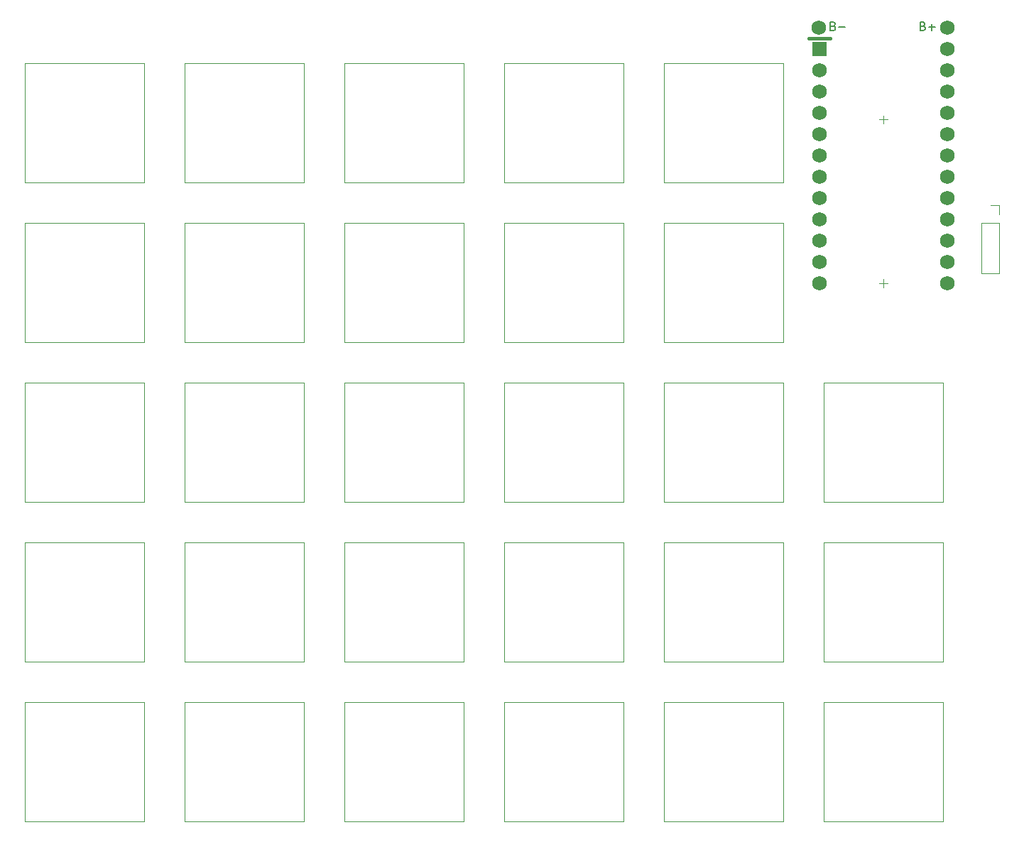
<source format=gto>
%TF.GenerationSoftware,KiCad,Pcbnew,(6.0.4-0)*%
%TF.CreationDate,2022-10-03T20:51:09+03:00*%
%TF.ProjectId,Splitimsi,53706c69-7469-46d7-9369-2e6b69636164,rev?*%
%TF.SameCoordinates,Original*%
%TF.FileFunction,Legend,Top*%
%TF.FilePolarity,Positive*%
%FSLAX46Y46*%
G04 Gerber Fmt 4.6, Leading zero omitted, Abs format (unit mm)*
G04 Created by KiCad (PCBNEW (6.0.4-0)) date 2022-10-03 20:51:09*
%MOMM*%
%LPD*%
G01*
G04 APERTURE LIST*
%ADD10C,0.150000*%
%ADD11C,0.120000*%
%ADD12C,0.381000*%
%ADD13C,1.752600*%
%ADD14R,1.752600X1.752600*%
G04 APERTURE END LIST*
D10*
X120394911Y-17021339D02*
X120537769Y-17068958D01*
X120585388Y-17116577D01*
X120633007Y-17211815D01*
X120633007Y-17354672D01*
X120585388Y-17449910D01*
X120537769Y-17497529D01*
X120442531Y-17545148D01*
X120061578Y-17545148D01*
X120061578Y-16545148D01*
X120394911Y-16545148D01*
X120490150Y-16592768D01*
X120537769Y-16640387D01*
X120585388Y-16735625D01*
X120585388Y-16830863D01*
X120537769Y-16926101D01*
X120490150Y-16973720D01*
X120394911Y-17021339D01*
X120061578Y-17021339D01*
X121061578Y-17164196D02*
X121823483Y-17164196D01*
X131097438Y-17011680D02*
X131240296Y-17059299D01*
X131287915Y-17106918D01*
X131335534Y-17202156D01*
X131335534Y-17345013D01*
X131287915Y-17440251D01*
X131240296Y-17487870D01*
X131145058Y-17535489D01*
X130764105Y-17535489D01*
X130764105Y-16535489D01*
X131097438Y-16535489D01*
X131192677Y-16583109D01*
X131240296Y-16630728D01*
X131287915Y-16725966D01*
X131287915Y-16821204D01*
X131240296Y-16916442D01*
X131192677Y-16964061D01*
X131097438Y-17011680D01*
X130764105Y-17011680D01*
X131764105Y-17154537D02*
X132526010Y-17154537D01*
X132145058Y-17535489D02*
X132145058Y-16773585D01*
D11*
%TO.C,SW21*%
X62115000Y-92825000D02*
X76315000Y-92825000D01*
X76315000Y-78625000D02*
X62115000Y-78625000D01*
X62115000Y-78625000D02*
X62115000Y-92825000D01*
X76315000Y-92825000D02*
X76315000Y-78625000D01*
%TO.C,SW16*%
X95365000Y-59575000D02*
X81165000Y-59575000D01*
X81165000Y-73775000D02*
X95365000Y-73775000D01*
X81165000Y-59575000D02*
X81165000Y-73775000D01*
X95365000Y-73775000D02*
X95365000Y-59575000D01*
%TO.C,SW13*%
X38215000Y-73775000D02*
X38215000Y-59575000D01*
X24015000Y-73775000D02*
X38215000Y-73775000D01*
X24015000Y-59575000D02*
X24015000Y-73775000D01*
X38215000Y-59575000D02*
X24015000Y-59575000D01*
%TO.C,SW9*%
X62115000Y-40525000D02*
X62115000Y-54725000D01*
X76315000Y-54725000D02*
X76315000Y-40525000D01*
X62115000Y-54725000D02*
X76315000Y-54725000D01*
X76315000Y-40525000D02*
X62115000Y-40525000D01*
%TO.C,SW26*%
X57265000Y-111875000D02*
X57265000Y-97675000D01*
X43065000Y-97675000D02*
X43065000Y-111875000D01*
X57265000Y-97675000D02*
X43065000Y-97675000D01*
X43065000Y-111875000D02*
X57265000Y-111875000D01*
%TO.C,SW1*%
X38215000Y-35675000D02*
X38215000Y-21475000D01*
X38215000Y-21475000D02*
X24015000Y-21475000D01*
X24015000Y-21475000D02*
X24015000Y-35675000D01*
X24015000Y-35675000D02*
X38215000Y-35675000D01*
%TO.C,SW5*%
X114415000Y-21475000D02*
X100215000Y-21475000D01*
X100215000Y-35675000D02*
X114415000Y-35675000D01*
X100215000Y-21475000D02*
X100215000Y-35675000D01*
X114415000Y-35675000D02*
X114415000Y-21475000D01*
%TO.C,SW7*%
X38246832Y-40525000D02*
X24046832Y-40525000D01*
X38246832Y-54725000D02*
X38246832Y-40525000D01*
X24046832Y-40525000D02*
X24046832Y-54725000D01*
X24046832Y-54725000D02*
X38246832Y-54725000D01*
%TO.C,SW17*%
X114415000Y-73775000D02*
X114415000Y-59575000D01*
X100215000Y-59575000D02*
X100215000Y-73775000D01*
X114415000Y-59575000D02*
X100215000Y-59575000D01*
X100215000Y-73775000D02*
X114415000Y-73775000D01*
%TO.C,SW22*%
X81165000Y-78625000D02*
X81165000Y-92825000D01*
X95365000Y-92825000D02*
X95365000Y-78625000D01*
X95365000Y-78625000D02*
X81165000Y-78625000D01*
X81165000Y-92825000D02*
X95365000Y-92825000D01*
%TO.C,SW19*%
X24015000Y-92825000D02*
X38215000Y-92825000D01*
X38215000Y-92825000D02*
X38215000Y-78625000D01*
X38215000Y-78625000D02*
X24015000Y-78625000D01*
X24015000Y-78625000D02*
X24015000Y-92825000D01*
%TO.C,Dogo1*%
X138090000Y-46520000D02*
X140210000Y-46520000D01*
X139150000Y-38400000D02*
X140210000Y-38400000D01*
X140210000Y-40460000D02*
X140210000Y-46520000D01*
X138090000Y-40460000D02*
X140210000Y-40460000D01*
X138090000Y-40460000D02*
X138090000Y-46520000D01*
X140210000Y-38400000D02*
X140210000Y-39460000D01*
%TO.C,SW15*%
X62115000Y-73775000D02*
X76315000Y-73775000D01*
X76315000Y-59575000D02*
X62115000Y-59575000D01*
X76315000Y-73775000D02*
X76315000Y-59575000D01*
X62115000Y-59575000D02*
X62115000Y-73775000D01*
%TO.C,SW6*%
X126365000Y-27675857D02*
X126365000Y-28675857D01*
X126865000Y-28175857D02*
X125865000Y-28175857D01*
%TO.C,SW2*%
X43065000Y-35675000D02*
X57265000Y-35675000D01*
X57265000Y-21475000D02*
X43065000Y-21475000D01*
X57265000Y-35675000D02*
X57265000Y-21475000D01*
X43065000Y-21475000D02*
X43065000Y-35675000D01*
%TO.C,SW4*%
X81165000Y-35675000D02*
X95365000Y-35675000D01*
X95365000Y-35675000D02*
X95365000Y-21475000D01*
X81165000Y-21475000D02*
X81165000Y-35675000D01*
X95365000Y-21475000D02*
X81165000Y-21475000D01*
%TO.C,SW30*%
X133465000Y-111875000D02*
X133465000Y-97675000D01*
X119265000Y-97675000D02*
X119265000Y-111875000D01*
X133465000Y-97675000D02*
X119265000Y-97675000D01*
X119265000Y-111875000D02*
X133465000Y-111875000D01*
%TO.C,SW12*%
X126365000Y-47225857D02*
X126365000Y-48225857D01*
X126865000Y-47725857D02*
X125865000Y-47725857D01*
%TO.C,SW14*%
X57265000Y-73775000D02*
X57265000Y-59575000D01*
X43065000Y-59575000D02*
X43065000Y-73775000D01*
X57265000Y-59575000D02*
X43065000Y-59575000D01*
X43065000Y-73775000D02*
X57265000Y-73775000D01*
%TO.C,SW8*%
X43065000Y-54725000D02*
X57265000Y-54725000D01*
X57265000Y-40525000D02*
X43065000Y-40525000D01*
X43065000Y-40525000D02*
X43065000Y-54725000D01*
X57265000Y-54725000D02*
X57265000Y-40525000D01*
%TO.C,SW24*%
X133465000Y-92825000D02*
X133465000Y-78625000D01*
X133465000Y-78625000D02*
X119265000Y-78625000D01*
X119265000Y-78625000D02*
X119265000Y-92825000D01*
X119265000Y-92825000D02*
X133465000Y-92825000D01*
%TO.C,SW3*%
X76315000Y-21475000D02*
X62115000Y-21475000D01*
X62115000Y-35675000D02*
X76315000Y-35675000D01*
X76315000Y-35675000D02*
X76315000Y-21475000D01*
X62115000Y-21475000D02*
X62115000Y-35675000D01*
D12*
%TO.C,U1*%
X120014835Y-18487731D02*
X117474835Y-18487731D01*
D11*
%TO.C,SW27*%
X76315000Y-97675000D02*
X62115000Y-97675000D01*
X62115000Y-111875000D02*
X76315000Y-111875000D01*
X76315000Y-111875000D02*
X76315000Y-97675000D01*
X62115000Y-97675000D02*
X62115000Y-111875000D01*
%TO.C,SW18*%
X119265000Y-73775000D02*
X133465000Y-73775000D01*
X133465000Y-73775000D02*
X133465000Y-59575000D01*
X133465000Y-59575000D02*
X119265000Y-59575000D01*
X119265000Y-59575000D02*
X119265000Y-73775000D01*
%TO.C,SW28*%
X81165000Y-97675000D02*
X81165000Y-111875000D01*
X81165000Y-111875000D02*
X95365000Y-111875000D01*
X95365000Y-111875000D02*
X95365000Y-97675000D01*
X95365000Y-97675000D02*
X81165000Y-97675000D01*
%TO.C,SW11*%
X114415000Y-54725000D02*
X114415000Y-40525000D01*
X114415000Y-40525000D02*
X100215000Y-40525000D01*
X100215000Y-40525000D02*
X100215000Y-54725000D01*
X100215000Y-54725000D02*
X114415000Y-54725000D01*
%TO.C,SW23*%
X114415000Y-78625000D02*
X100215000Y-78625000D01*
X100215000Y-92825000D02*
X114415000Y-92825000D01*
X114415000Y-92825000D02*
X114415000Y-78625000D01*
X100215000Y-78625000D02*
X100215000Y-92825000D01*
%TO.C,SW10*%
X95365000Y-54725000D02*
X95365000Y-40525000D01*
X81165000Y-54725000D02*
X95365000Y-54725000D01*
X95365000Y-40525000D02*
X81165000Y-40525000D01*
X81165000Y-40525000D02*
X81165000Y-54725000D01*
%TO.C,SW29*%
X114415000Y-97675000D02*
X100215000Y-97675000D01*
X100215000Y-111875000D02*
X114415000Y-111875000D01*
X100215000Y-97675000D02*
X100215000Y-111875000D01*
X114415000Y-111875000D02*
X114415000Y-97675000D01*
%TO.C,SW20*%
X43065000Y-92825000D02*
X57265000Y-92825000D01*
X43065000Y-78625000D02*
X43065000Y-92825000D01*
X57265000Y-92825000D02*
X57265000Y-78625000D01*
X57265000Y-78625000D02*
X43065000Y-78625000D01*
%TO.C,SW25*%
X38215000Y-97675000D02*
X24015000Y-97675000D01*
X38215000Y-111875000D02*
X38215000Y-97675000D01*
X24015000Y-97675000D02*
X24015000Y-111875000D01*
X24015000Y-111875000D02*
X38215000Y-111875000D01*
%TD*%
D13*
%TO.C,Pin1*%
X118703715Y-17238202D03*
%TD*%
%TO.C,Pin2*%
X133979677Y-17196748D03*
%TD*%
D14*
%TO.C,U1*%
X118744835Y-19757731D03*
D13*
X118744835Y-22297731D03*
X118744835Y-24837731D03*
X118744835Y-27377731D03*
X118744835Y-29917731D03*
X118744835Y-32457731D03*
X118744835Y-34997731D03*
X118744835Y-37537731D03*
X118744835Y-40077731D03*
X118744835Y-42617731D03*
X118744835Y-45157731D03*
X118744835Y-47697731D03*
X133984835Y-47697731D03*
X133984835Y-45157731D03*
X133984835Y-42617731D03*
X133984835Y-40077731D03*
X133984835Y-37537731D03*
X133984835Y-34997731D03*
X133984835Y-32457731D03*
X133984835Y-29917731D03*
X133984835Y-27377731D03*
X133984835Y-24837731D03*
X133984835Y-22297731D03*
X133984835Y-19757731D03*
%TD*%
M02*

</source>
